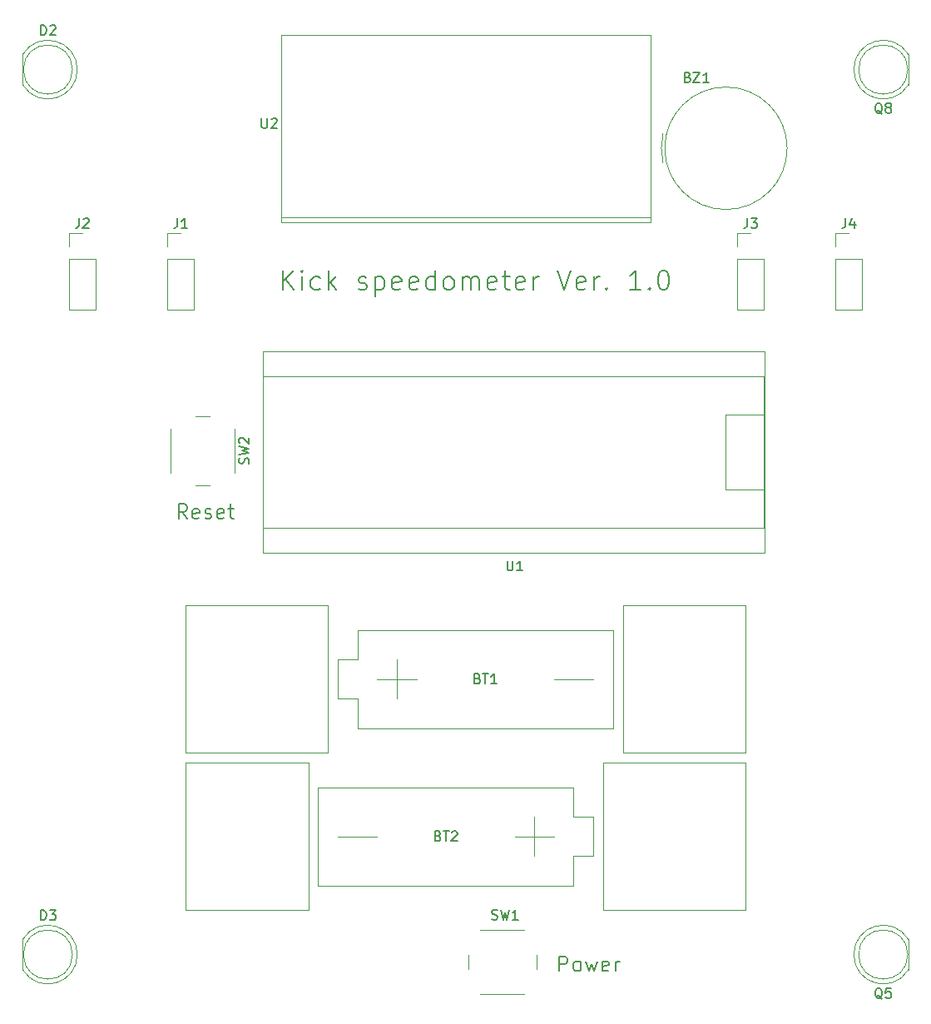
<source format=gto>
%TF.GenerationSoftware,KiCad,Pcbnew,(5.1.10)-1*%
%TF.CreationDate,2022-10-01T11:38:57+09:00*%
%TF.ProjectId,speedometer,73706565-646f-46d6-9574-65722e6b6963,rev?*%
%TF.SameCoordinates,Original*%
%TF.FileFunction,Legend,Top*%
%TF.FilePolarity,Positive*%
%FSLAX46Y46*%
G04 Gerber Fmt 4.6, Leading zero omitted, Abs format (unit mm)*
G04 Created by KiCad (PCBNEW (5.1.10)-1) date 2022-10-01 11:38:57*
%MOMM*%
%LPD*%
G01*
G04 APERTURE LIST*
%ADD10C,0.200000*%
%ADD11C,0.120000*%
%ADD12C,0.150000*%
G04 APERTURE END LIST*
D10*
X21642857Y-50678571D02*
X21142857Y-49964285D01*
X20785714Y-50678571D02*
X20785714Y-49178571D01*
X21357142Y-49178571D01*
X21500000Y-49250000D01*
X21571428Y-49321428D01*
X21642857Y-49464285D01*
X21642857Y-49678571D01*
X21571428Y-49821428D01*
X21500000Y-49892857D01*
X21357142Y-49964285D01*
X20785714Y-49964285D01*
X22857142Y-50607142D02*
X22714285Y-50678571D01*
X22428571Y-50678571D01*
X22285714Y-50607142D01*
X22214285Y-50464285D01*
X22214285Y-49892857D01*
X22285714Y-49750000D01*
X22428571Y-49678571D01*
X22714285Y-49678571D01*
X22857142Y-49750000D01*
X22928571Y-49892857D01*
X22928571Y-50035714D01*
X22214285Y-50178571D01*
X23500000Y-50607142D02*
X23642857Y-50678571D01*
X23928571Y-50678571D01*
X24071428Y-50607142D01*
X24142857Y-50464285D01*
X24142857Y-50392857D01*
X24071428Y-50250000D01*
X23928571Y-50178571D01*
X23714285Y-50178571D01*
X23571428Y-50107142D01*
X23500000Y-49964285D01*
X23500000Y-49892857D01*
X23571428Y-49750000D01*
X23714285Y-49678571D01*
X23928571Y-49678571D01*
X24071428Y-49750000D01*
X25357142Y-50607142D02*
X25214285Y-50678571D01*
X24928571Y-50678571D01*
X24785714Y-50607142D01*
X24714285Y-50464285D01*
X24714285Y-49892857D01*
X24785714Y-49750000D01*
X24928571Y-49678571D01*
X25214285Y-49678571D01*
X25357142Y-49750000D01*
X25428571Y-49892857D01*
X25428571Y-50035714D01*
X24714285Y-50178571D01*
X25857142Y-49678571D02*
X26428571Y-49678571D01*
X26071428Y-49178571D02*
X26071428Y-50464285D01*
X26142857Y-50607142D01*
X26285714Y-50678571D01*
X26428571Y-50678571D01*
X59535714Y-96678571D02*
X59535714Y-95178571D01*
X60107142Y-95178571D01*
X60250000Y-95250000D01*
X60321428Y-95321428D01*
X60392857Y-95464285D01*
X60392857Y-95678571D01*
X60321428Y-95821428D01*
X60250000Y-95892857D01*
X60107142Y-95964285D01*
X59535714Y-95964285D01*
X61250000Y-96678571D02*
X61107142Y-96607142D01*
X61035714Y-96535714D01*
X60964285Y-96392857D01*
X60964285Y-95964285D01*
X61035714Y-95821428D01*
X61107142Y-95750000D01*
X61250000Y-95678571D01*
X61464285Y-95678571D01*
X61607142Y-95750000D01*
X61678571Y-95821428D01*
X61750000Y-95964285D01*
X61750000Y-96392857D01*
X61678571Y-96535714D01*
X61607142Y-96607142D01*
X61464285Y-96678571D01*
X61250000Y-96678571D01*
X62250000Y-95678571D02*
X62535714Y-96678571D01*
X62821428Y-95964285D01*
X63107142Y-96678571D01*
X63392857Y-95678571D01*
X64535714Y-96607142D02*
X64392857Y-96678571D01*
X64107142Y-96678571D01*
X63964285Y-96607142D01*
X63892857Y-96464285D01*
X63892857Y-95892857D01*
X63964285Y-95750000D01*
X64107142Y-95678571D01*
X64392857Y-95678571D01*
X64535714Y-95750000D01*
X64607142Y-95892857D01*
X64607142Y-96035714D01*
X63892857Y-96178571D01*
X65250000Y-96678571D02*
X65250000Y-95678571D01*
X65250000Y-95964285D02*
X65321428Y-95821428D01*
X65392857Y-95750000D01*
X65535714Y-95678571D01*
X65678571Y-95678571D01*
X31380952Y-27404761D02*
X31380952Y-25404761D01*
X32523809Y-27404761D02*
X31666666Y-26261904D01*
X32523809Y-25404761D02*
X31380952Y-26547619D01*
X33380952Y-27404761D02*
X33380952Y-26071428D01*
X33380952Y-25404761D02*
X33285714Y-25500000D01*
X33380952Y-25595238D01*
X33476190Y-25500000D01*
X33380952Y-25404761D01*
X33380952Y-25595238D01*
X35190476Y-27309523D02*
X35000000Y-27404761D01*
X34619047Y-27404761D01*
X34428571Y-27309523D01*
X34333333Y-27214285D01*
X34238095Y-27023809D01*
X34238095Y-26452380D01*
X34333333Y-26261904D01*
X34428571Y-26166666D01*
X34619047Y-26071428D01*
X35000000Y-26071428D01*
X35190476Y-26166666D01*
X36047619Y-27404761D02*
X36047619Y-25404761D01*
X36238095Y-26642857D02*
X36809523Y-27404761D01*
X36809523Y-26071428D02*
X36047619Y-26833333D01*
X39095238Y-27309523D02*
X39285714Y-27404761D01*
X39666666Y-27404761D01*
X39857142Y-27309523D01*
X39952380Y-27119047D01*
X39952380Y-27023809D01*
X39857142Y-26833333D01*
X39666666Y-26738095D01*
X39380952Y-26738095D01*
X39190476Y-26642857D01*
X39095238Y-26452380D01*
X39095238Y-26357142D01*
X39190476Y-26166666D01*
X39380952Y-26071428D01*
X39666666Y-26071428D01*
X39857142Y-26166666D01*
X40809523Y-26071428D02*
X40809523Y-28071428D01*
X40809523Y-26166666D02*
X41000000Y-26071428D01*
X41380952Y-26071428D01*
X41571428Y-26166666D01*
X41666666Y-26261904D01*
X41761904Y-26452380D01*
X41761904Y-27023809D01*
X41666666Y-27214285D01*
X41571428Y-27309523D01*
X41380952Y-27404761D01*
X41000000Y-27404761D01*
X40809523Y-27309523D01*
X43380952Y-27309523D02*
X43190476Y-27404761D01*
X42809523Y-27404761D01*
X42619047Y-27309523D01*
X42523809Y-27119047D01*
X42523809Y-26357142D01*
X42619047Y-26166666D01*
X42809523Y-26071428D01*
X43190476Y-26071428D01*
X43380952Y-26166666D01*
X43476190Y-26357142D01*
X43476190Y-26547619D01*
X42523809Y-26738095D01*
X45095238Y-27309523D02*
X44904761Y-27404761D01*
X44523809Y-27404761D01*
X44333333Y-27309523D01*
X44238095Y-27119047D01*
X44238095Y-26357142D01*
X44333333Y-26166666D01*
X44523809Y-26071428D01*
X44904761Y-26071428D01*
X45095238Y-26166666D01*
X45190476Y-26357142D01*
X45190476Y-26547619D01*
X44238095Y-26738095D01*
X46904761Y-27404761D02*
X46904761Y-25404761D01*
X46904761Y-27309523D02*
X46714285Y-27404761D01*
X46333333Y-27404761D01*
X46142857Y-27309523D01*
X46047619Y-27214285D01*
X45952380Y-27023809D01*
X45952380Y-26452380D01*
X46047619Y-26261904D01*
X46142857Y-26166666D01*
X46333333Y-26071428D01*
X46714285Y-26071428D01*
X46904761Y-26166666D01*
X48142857Y-27404761D02*
X47952380Y-27309523D01*
X47857142Y-27214285D01*
X47761904Y-27023809D01*
X47761904Y-26452380D01*
X47857142Y-26261904D01*
X47952380Y-26166666D01*
X48142857Y-26071428D01*
X48428571Y-26071428D01*
X48619047Y-26166666D01*
X48714285Y-26261904D01*
X48809523Y-26452380D01*
X48809523Y-27023809D01*
X48714285Y-27214285D01*
X48619047Y-27309523D01*
X48428571Y-27404761D01*
X48142857Y-27404761D01*
X49666666Y-27404761D02*
X49666666Y-26071428D01*
X49666666Y-26261904D02*
X49761904Y-26166666D01*
X49952380Y-26071428D01*
X50238095Y-26071428D01*
X50428571Y-26166666D01*
X50523809Y-26357142D01*
X50523809Y-27404761D01*
X50523809Y-26357142D02*
X50619047Y-26166666D01*
X50809523Y-26071428D01*
X51095238Y-26071428D01*
X51285714Y-26166666D01*
X51380952Y-26357142D01*
X51380952Y-27404761D01*
X53095238Y-27309523D02*
X52904761Y-27404761D01*
X52523809Y-27404761D01*
X52333333Y-27309523D01*
X52238095Y-27119047D01*
X52238095Y-26357142D01*
X52333333Y-26166666D01*
X52523809Y-26071428D01*
X52904761Y-26071428D01*
X53095238Y-26166666D01*
X53190476Y-26357142D01*
X53190476Y-26547619D01*
X52238095Y-26738095D01*
X53761904Y-26071428D02*
X54523809Y-26071428D01*
X54047619Y-25404761D02*
X54047619Y-27119047D01*
X54142857Y-27309523D01*
X54333333Y-27404761D01*
X54523809Y-27404761D01*
X55952380Y-27309523D02*
X55761904Y-27404761D01*
X55380952Y-27404761D01*
X55190476Y-27309523D01*
X55095238Y-27119047D01*
X55095238Y-26357142D01*
X55190476Y-26166666D01*
X55380952Y-26071428D01*
X55761904Y-26071428D01*
X55952380Y-26166666D01*
X56047619Y-26357142D01*
X56047619Y-26547619D01*
X55095238Y-26738095D01*
X56904761Y-27404761D02*
X56904761Y-26071428D01*
X56904761Y-26452380D02*
X57000000Y-26261904D01*
X57095238Y-26166666D01*
X57285714Y-26071428D01*
X57476190Y-26071428D01*
X59380952Y-25404761D02*
X60047619Y-27404761D01*
X60714285Y-25404761D01*
X62142857Y-27309523D02*
X61952380Y-27404761D01*
X61571428Y-27404761D01*
X61380952Y-27309523D01*
X61285714Y-27119047D01*
X61285714Y-26357142D01*
X61380952Y-26166666D01*
X61571428Y-26071428D01*
X61952380Y-26071428D01*
X62142857Y-26166666D01*
X62238095Y-26357142D01*
X62238095Y-26547619D01*
X61285714Y-26738095D01*
X63095238Y-27404761D02*
X63095238Y-26071428D01*
X63095238Y-26452380D02*
X63190476Y-26261904D01*
X63285714Y-26166666D01*
X63476190Y-26071428D01*
X63666666Y-26071428D01*
X64333333Y-27214285D02*
X64428571Y-27309523D01*
X64333333Y-27404761D01*
X64238095Y-27309523D01*
X64333333Y-27214285D01*
X64333333Y-27404761D01*
X67857142Y-27404761D02*
X66714285Y-27404761D01*
X67285714Y-27404761D02*
X67285714Y-25404761D01*
X67095238Y-25690476D01*
X66904761Y-25880952D01*
X66714285Y-25976190D01*
X68714285Y-27214285D02*
X68809523Y-27309523D01*
X68714285Y-27404761D01*
X68619047Y-27309523D01*
X68714285Y-27214285D01*
X68714285Y-27404761D01*
X70047619Y-25404761D02*
X70238095Y-25404761D01*
X70428571Y-25500000D01*
X70523809Y-25595238D01*
X70619047Y-25785714D01*
X70714285Y-26166666D01*
X70714285Y-26642857D01*
X70619047Y-27023809D01*
X70523809Y-27214285D01*
X70428571Y-27309523D01*
X70238095Y-27404761D01*
X70047619Y-27404761D01*
X69857142Y-27309523D01*
X69761904Y-27214285D01*
X69666666Y-27023809D01*
X69571428Y-26642857D01*
X69571428Y-26166666D01*
X69666666Y-25785714D01*
X69761904Y-25595238D01*
X69857142Y-25500000D01*
X70047619Y-25404761D01*
D11*
%TO.C,U2*%
X31200000Y-1500000D02*
X68800000Y-1500000D01*
X31200000Y-20500000D02*
X68800000Y-20500000D01*
X31200000Y-1500000D02*
X31200000Y-20500000D01*
X68800000Y-1500000D02*
X68800000Y-20500000D01*
X31200000Y-20000000D02*
X68800000Y-20000000D01*
%TO.C,BT1*%
X63000000Y-67000000D02*
X59000000Y-67000000D01*
X43000000Y-65000000D02*
X43000000Y-69000000D01*
X41000000Y-67000000D02*
X45000000Y-67000000D01*
X39000000Y-65000000D02*
X37000000Y-65000000D01*
X39000000Y-62000000D02*
X39000000Y-65000000D01*
X65000000Y-62000000D02*
X39000000Y-62000000D01*
X65000000Y-72000000D02*
X65000000Y-62000000D01*
X39000000Y-72000000D02*
X65000000Y-72000000D01*
X39000000Y-69000000D02*
X39000000Y-72000000D01*
X37000000Y-69000000D02*
X39000000Y-69000000D01*
X37000000Y-65000000D02*
X37000000Y-69000000D01*
X78500000Y-59500000D02*
X66000000Y-59500000D01*
X78500000Y-74500000D02*
X78500000Y-59500000D01*
X66000000Y-74500000D02*
X78500000Y-74500000D01*
X66000000Y-59500000D02*
X66000000Y-74500000D01*
X21500000Y-74500000D02*
X21500000Y-59500000D01*
X36000000Y-74500000D02*
X21500000Y-74500000D01*
X36000000Y-59500000D02*
X36000000Y-74500000D01*
X21500000Y-59500000D02*
X36000000Y-59500000D01*
%TO.C,BT2*%
X78500000Y-90500000D02*
X64000000Y-90500000D01*
X64000000Y-90500000D02*
X64000000Y-75500000D01*
X64000000Y-75500000D02*
X78500000Y-75500000D01*
X78500000Y-75500000D02*
X78500000Y-90500000D01*
X34000000Y-90500000D02*
X34000000Y-75500000D01*
X34000000Y-75500000D02*
X21500000Y-75500000D01*
X21500000Y-75500000D02*
X21500000Y-90500000D01*
X21500000Y-90500000D02*
X34000000Y-90500000D01*
X63000000Y-85000000D02*
X63000000Y-81000000D01*
X63000000Y-81000000D02*
X61000000Y-81000000D01*
X61000000Y-81000000D02*
X61000000Y-78000000D01*
X61000000Y-78000000D02*
X35000000Y-78000000D01*
X35000000Y-78000000D02*
X35000000Y-88000000D01*
X35000000Y-88000000D02*
X61000000Y-88000000D01*
X61000000Y-88000000D02*
X61000000Y-85000000D01*
X61000000Y-85000000D02*
X63000000Y-85000000D01*
X59000000Y-83000000D02*
X55000000Y-83000000D01*
X57000000Y-85000000D02*
X57000000Y-81000000D01*
X37000000Y-83000000D02*
X41000000Y-83000000D01*
%TO.C,BZ1*%
X82730000Y-13000000D02*
G75*
G03*
X82730000Y-13000000I-6230000J0D01*
G01*
X70100000Y-14499999D02*
G75*
G02*
X70100000Y-11500000I6400000J1499999D01*
G01*
%TO.C,D2*%
X10000000Y-5000000D02*
G75*
G03*
X10000000Y-5000000I-2500000J0D01*
G01*
X4940000Y-3455000D02*
X4940000Y-6545000D01*
X10490000Y-4999538D02*
G75*
G02*
X4940000Y-6544830I-2990000J-462D01*
G01*
X10490000Y-5000462D02*
G75*
G03*
X4940000Y-3455170I-2990000J462D01*
G01*
%TO.C,D3*%
X4940000Y-93455000D02*
X4940000Y-96545000D01*
X10000000Y-95000000D02*
G75*
G03*
X10000000Y-95000000I-2500000J0D01*
G01*
X10490000Y-95000462D02*
G75*
G03*
X4940000Y-93455170I-2990000J462D01*
G01*
X10490000Y-94999538D02*
G75*
G02*
X4940000Y-96544830I-2990000J-462D01*
G01*
%TO.C,J1*%
X19670000Y-29410000D02*
X22330000Y-29410000D01*
X19670000Y-24270000D02*
X19670000Y-29410000D01*
X22330000Y-24270000D02*
X22330000Y-29410000D01*
X19670000Y-24270000D02*
X22330000Y-24270000D01*
X19670000Y-23000000D02*
X19670000Y-21670000D01*
X19670000Y-21670000D02*
X21000000Y-21670000D01*
%TO.C,J2*%
X9670000Y-21670000D02*
X11000000Y-21670000D01*
X9670000Y-23000000D02*
X9670000Y-21670000D01*
X9670000Y-24270000D02*
X12330000Y-24270000D01*
X12330000Y-24270000D02*
X12330000Y-29410000D01*
X9670000Y-24270000D02*
X9670000Y-29410000D01*
X9670000Y-29410000D02*
X12330000Y-29410000D01*
%TO.C,J3*%
X77670000Y-21670000D02*
X79000000Y-21670000D01*
X77670000Y-23000000D02*
X77670000Y-21670000D01*
X77670000Y-24270000D02*
X80330000Y-24270000D01*
X80330000Y-24270000D02*
X80330000Y-29410000D01*
X77670000Y-24270000D02*
X77670000Y-29410000D01*
X77670000Y-29410000D02*
X80330000Y-29410000D01*
%TO.C,J4*%
X87670000Y-29410000D02*
X90330000Y-29410000D01*
X87670000Y-24270000D02*
X87670000Y-29410000D01*
X90330000Y-24270000D02*
X90330000Y-29410000D01*
X87670000Y-24270000D02*
X90330000Y-24270000D01*
X87670000Y-23000000D02*
X87670000Y-21670000D01*
X87670000Y-21670000D02*
X89000000Y-21670000D01*
%TO.C,Q5*%
X95000000Y-95000000D02*
G75*
G03*
X95000000Y-95000000I-2500000J0D01*
G01*
X95060000Y-96545000D02*
X95060000Y-93455000D01*
X89510000Y-95000462D02*
G75*
G02*
X95060000Y-93455170I2990000J462D01*
G01*
X89510000Y-94999538D02*
G75*
G03*
X95060000Y-96544830I2990000J-462D01*
G01*
%TO.C,Q8*%
X95060000Y-6545000D02*
X95060000Y-3455000D01*
X95000000Y-5000000D02*
G75*
G03*
X95000000Y-5000000I-2500000J0D01*
G01*
X89510000Y-4999538D02*
G75*
G03*
X95060000Y-6544830I2990000J-462D01*
G01*
X89510000Y-5000462D02*
G75*
G02*
X95060000Y-3455170I2990000J462D01*
G01*
%TO.C,SW1*%
X50250000Y-95000000D02*
X50250000Y-96500000D01*
X51500000Y-99000000D02*
X56000000Y-99000000D01*
X57250000Y-96500000D02*
X57250000Y-95000000D01*
X56000000Y-92500000D02*
X51500000Y-92500000D01*
%TO.C,SW2*%
X20000000Y-41500000D02*
X20000000Y-46000000D01*
X24000000Y-40250000D02*
X22500000Y-40250000D01*
X26500000Y-46000000D02*
X26500000Y-41500000D01*
X22500000Y-47250000D02*
X24000000Y-47250000D01*
%TO.C,U1*%
X80390000Y-54110000D02*
X80390000Y-33670000D01*
X29350000Y-54110000D02*
X80390000Y-54110000D01*
X29350000Y-33670000D02*
X29350000Y-54110000D01*
X80390000Y-33670000D02*
X29350000Y-33670000D01*
X80330000Y-51620000D02*
X80330000Y-36160000D01*
X29410000Y-51620000D02*
X80330000Y-51620000D01*
X29410000Y-36160000D02*
X29410000Y-51620000D01*
X80330000Y-36160000D02*
X29410000Y-36160000D01*
X80270000Y-47700000D02*
X76460000Y-47700000D01*
X76460000Y-47700000D02*
X76460000Y-40080000D01*
X76460000Y-40080000D02*
X80270000Y-40080000D01*
%TO.C,U2*%
D12*
X29238095Y-9952380D02*
X29238095Y-10761904D01*
X29285714Y-10857142D01*
X29333333Y-10904761D01*
X29428571Y-10952380D01*
X29619047Y-10952380D01*
X29714285Y-10904761D01*
X29761904Y-10857142D01*
X29809523Y-10761904D01*
X29809523Y-9952380D01*
X30238095Y-10047619D02*
X30285714Y-10000000D01*
X30380952Y-9952380D01*
X30619047Y-9952380D01*
X30714285Y-10000000D01*
X30761904Y-10047619D01*
X30809523Y-10142857D01*
X30809523Y-10238095D01*
X30761904Y-10380952D01*
X30190476Y-10952380D01*
X30809523Y-10952380D01*
%TO.C,BT1*%
X51214285Y-66928571D02*
X51357142Y-66976190D01*
X51404761Y-67023809D01*
X51452380Y-67119047D01*
X51452380Y-67261904D01*
X51404761Y-67357142D01*
X51357142Y-67404761D01*
X51261904Y-67452380D01*
X50880952Y-67452380D01*
X50880952Y-66452380D01*
X51214285Y-66452380D01*
X51309523Y-66500000D01*
X51357142Y-66547619D01*
X51404761Y-66642857D01*
X51404761Y-66738095D01*
X51357142Y-66833333D01*
X51309523Y-66880952D01*
X51214285Y-66928571D01*
X50880952Y-66928571D01*
X51738095Y-66452380D02*
X52309523Y-66452380D01*
X52023809Y-67452380D02*
X52023809Y-66452380D01*
X53166666Y-67452380D02*
X52595238Y-67452380D01*
X52880952Y-67452380D02*
X52880952Y-66452380D01*
X52785714Y-66595238D01*
X52690476Y-66690476D01*
X52595238Y-66738095D01*
%TO.C,BT2*%
X47214285Y-82928571D02*
X47357142Y-82976190D01*
X47404761Y-83023809D01*
X47452380Y-83119047D01*
X47452380Y-83261904D01*
X47404761Y-83357142D01*
X47357142Y-83404761D01*
X47261904Y-83452380D01*
X46880952Y-83452380D01*
X46880952Y-82452380D01*
X47214285Y-82452380D01*
X47309523Y-82500000D01*
X47357142Y-82547619D01*
X47404761Y-82642857D01*
X47404761Y-82738095D01*
X47357142Y-82833333D01*
X47309523Y-82880952D01*
X47214285Y-82928571D01*
X46880952Y-82928571D01*
X47738095Y-82452380D02*
X48309523Y-82452380D01*
X48023809Y-83452380D02*
X48023809Y-82452380D01*
X48595238Y-82547619D02*
X48642857Y-82500000D01*
X48738095Y-82452380D01*
X48976190Y-82452380D01*
X49071428Y-82500000D01*
X49119047Y-82547619D01*
X49166666Y-82642857D01*
X49166666Y-82738095D01*
X49119047Y-82880952D01*
X48547619Y-83452380D01*
X49166666Y-83452380D01*
%TO.C,BZ1*%
X72619047Y-5758571D02*
X72761904Y-5806190D01*
X72809523Y-5853809D01*
X72857142Y-5949047D01*
X72857142Y-6091904D01*
X72809523Y-6187142D01*
X72761904Y-6234761D01*
X72666666Y-6282380D01*
X72285714Y-6282380D01*
X72285714Y-5282380D01*
X72619047Y-5282380D01*
X72714285Y-5330000D01*
X72761904Y-5377619D01*
X72809523Y-5472857D01*
X72809523Y-5568095D01*
X72761904Y-5663333D01*
X72714285Y-5710952D01*
X72619047Y-5758571D01*
X72285714Y-5758571D01*
X73190476Y-5282380D02*
X73857142Y-5282380D01*
X73190476Y-6282380D01*
X73857142Y-6282380D01*
X74761904Y-6282380D02*
X74190476Y-6282380D01*
X74476190Y-6282380D02*
X74476190Y-5282380D01*
X74380952Y-5425238D01*
X74285714Y-5520476D01*
X74190476Y-5568095D01*
%TO.C,D2*%
X6761904Y-1492380D02*
X6761904Y-492380D01*
X7000000Y-492380D01*
X7142857Y-540000D01*
X7238095Y-635238D01*
X7285714Y-730476D01*
X7333333Y-920952D01*
X7333333Y-1063809D01*
X7285714Y-1254285D01*
X7238095Y-1349523D01*
X7142857Y-1444761D01*
X7000000Y-1492380D01*
X6761904Y-1492380D01*
X7714285Y-587619D02*
X7761904Y-540000D01*
X7857142Y-492380D01*
X8095238Y-492380D01*
X8190476Y-540000D01*
X8238095Y-587619D01*
X8285714Y-682857D01*
X8285714Y-778095D01*
X8238095Y-920952D01*
X7666666Y-1492380D01*
X8285714Y-1492380D01*
%TO.C,D3*%
X6761904Y-91492380D02*
X6761904Y-90492380D01*
X7000000Y-90492380D01*
X7142857Y-90540000D01*
X7238095Y-90635238D01*
X7285714Y-90730476D01*
X7333333Y-90920952D01*
X7333333Y-91063809D01*
X7285714Y-91254285D01*
X7238095Y-91349523D01*
X7142857Y-91444761D01*
X7000000Y-91492380D01*
X6761904Y-91492380D01*
X7666666Y-90492380D02*
X8285714Y-90492380D01*
X7952380Y-90873333D01*
X8095238Y-90873333D01*
X8190476Y-90920952D01*
X8238095Y-90968571D01*
X8285714Y-91063809D01*
X8285714Y-91301904D01*
X8238095Y-91397142D01*
X8190476Y-91444761D01*
X8095238Y-91492380D01*
X7809523Y-91492380D01*
X7714285Y-91444761D01*
X7666666Y-91397142D01*
%TO.C,J1*%
X20666666Y-20122380D02*
X20666666Y-20836666D01*
X20619047Y-20979523D01*
X20523809Y-21074761D01*
X20380952Y-21122380D01*
X20285714Y-21122380D01*
X21666666Y-21122380D02*
X21095238Y-21122380D01*
X21380952Y-21122380D02*
X21380952Y-20122380D01*
X21285714Y-20265238D01*
X21190476Y-20360476D01*
X21095238Y-20408095D01*
%TO.C,J2*%
X10666666Y-20122380D02*
X10666666Y-20836666D01*
X10619047Y-20979523D01*
X10523809Y-21074761D01*
X10380952Y-21122380D01*
X10285714Y-21122380D01*
X11095238Y-20217619D02*
X11142857Y-20170000D01*
X11238095Y-20122380D01*
X11476190Y-20122380D01*
X11571428Y-20170000D01*
X11619047Y-20217619D01*
X11666666Y-20312857D01*
X11666666Y-20408095D01*
X11619047Y-20550952D01*
X11047619Y-21122380D01*
X11666666Y-21122380D01*
%TO.C,J3*%
X78666666Y-20122380D02*
X78666666Y-20836666D01*
X78619047Y-20979523D01*
X78523809Y-21074761D01*
X78380952Y-21122380D01*
X78285714Y-21122380D01*
X79047619Y-20122380D02*
X79666666Y-20122380D01*
X79333333Y-20503333D01*
X79476190Y-20503333D01*
X79571428Y-20550952D01*
X79619047Y-20598571D01*
X79666666Y-20693809D01*
X79666666Y-20931904D01*
X79619047Y-21027142D01*
X79571428Y-21074761D01*
X79476190Y-21122380D01*
X79190476Y-21122380D01*
X79095238Y-21074761D01*
X79047619Y-21027142D01*
%TO.C,J4*%
X88666666Y-20122380D02*
X88666666Y-20836666D01*
X88619047Y-20979523D01*
X88523809Y-21074761D01*
X88380952Y-21122380D01*
X88285714Y-21122380D01*
X89571428Y-20455714D02*
X89571428Y-21122380D01*
X89333333Y-20074761D02*
X89095238Y-20789047D01*
X89714285Y-20789047D01*
%TO.C,Q5*%
X92404761Y-99507619D02*
X92309523Y-99460000D01*
X92214285Y-99364761D01*
X92071428Y-99221904D01*
X91976190Y-99174285D01*
X91880952Y-99174285D01*
X91928571Y-99412380D02*
X91833333Y-99364761D01*
X91738095Y-99269523D01*
X91690476Y-99079047D01*
X91690476Y-98745714D01*
X91738095Y-98555238D01*
X91833333Y-98460000D01*
X91928571Y-98412380D01*
X92119047Y-98412380D01*
X92214285Y-98460000D01*
X92309523Y-98555238D01*
X92357142Y-98745714D01*
X92357142Y-99079047D01*
X92309523Y-99269523D01*
X92214285Y-99364761D01*
X92119047Y-99412380D01*
X91928571Y-99412380D01*
X93261904Y-98412380D02*
X92785714Y-98412380D01*
X92738095Y-98888571D01*
X92785714Y-98840952D01*
X92880952Y-98793333D01*
X93119047Y-98793333D01*
X93214285Y-98840952D01*
X93261904Y-98888571D01*
X93309523Y-98983809D01*
X93309523Y-99221904D01*
X93261904Y-99317142D01*
X93214285Y-99364761D01*
X93119047Y-99412380D01*
X92880952Y-99412380D01*
X92785714Y-99364761D01*
X92738095Y-99317142D01*
%TO.C,Q8*%
X92404761Y-9507619D02*
X92309523Y-9460000D01*
X92214285Y-9364761D01*
X92071428Y-9221904D01*
X91976190Y-9174285D01*
X91880952Y-9174285D01*
X91928571Y-9412380D02*
X91833333Y-9364761D01*
X91738095Y-9269523D01*
X91690476Y-9079047D01*
X91690476Y-8745714D01*
X91738095Y-8555238D01*
X91833333Y-8460000D01*
X91928571Y-8412380D01*
X92119047Y-8412380D01*
X92214285Y-8460000D01*
X92309523Y-8555238D01*
X92357142Y-8745714D01*
X92357142Y-9079047D01*
X92309523Y-9269523D01*
X92214285Y-9364761D01*
X92119047Y-9412380D01*
X91928571Y-9412380D01*
X92928571Y-8840952D02*
X92833333Y-8793333D01*
X92785714Y-8745714D01*
X92738095Y-8650476D01*
X92738095Y-8602857D01*
X92785714Y-8507619D01*
X92833333Y-8460000D01*
X92928571Y-8412380D01*
X93119047Y-8412380D01*
X93214285Y-8460000D01*
X93261904Y-8507619D01*
X93309523Y-8602857D01*
X93309523Y-8650476D01*
X93261904Y-8745714D01*
X93214285Y-8793333D01*
X93119047Y-8840952D01*
X92928571Y-8840952D01*
X92833333Y-8888571D01*
X92785714Y-8936190D01*
X92738095Y-9031428D01*
X92738095Y-9221904D01*
X92785714Y-9317142D01*
X92833333Y-9364761D01*
X92928571Y-9412380D01*
X93119047Y-9412380D01*
X93214285Y-9364761D01*
X93261904Y-9317142D01*
X93309523Y-9221904D01*
X93309523Y-9031428D01*
X93261904Y-8936190D01*
X93214285Y-8888571D01*
X93119047Y-8840952D01*
%TO.C,SW1*%
X52666666Y-91404761D02*
X52809523Y-91452380D01*
X53047619Y-91452380D01*
X53142857Y-91404761D01*
X53190476Y-91357142D01*
X53238095Y-91261904D01*
X53238095Y-91166666D01*
X53190476Y-91071428D01*
X53142857Y-91023809D01*
X53047619Y-90976190D01*
X52857142Y-90928571D01*
X52761904Y-90880952D01*
X52714285Y-90833333D01*
X52666666Y-90738095D01*
X52666666Y-90642857D01*
X52714285Y-90547619D01*
X52761904Y-90500000D01*
X52857142Y-90452380D01*
X53095238Y-90452380D01*
X53238095Y-90500000D01*
X53571428Y-90452380D02*
X53809523Y-91452380D01*
X54000000Y-90738095D01*
X54190476Y-91452380D01*
X54428571Y-90452380D01*
X55333333Y-91452380D02*
X54761904Y-91452380D01*
X55047619Y-91452380D02*
X55047619Y-90452380D01*
X54952380Y-90595238D01*
X54857142Y-90690476D01*
X54761904Y-90738095D01*
%TO.C,SW2*%
X27904761Y-45083333D02*
X27952380Y-44940476D01*
X27952380Y-44702380D01*
X27904761Y-44607142D01*
X27857142Y-44559523D01*
X27761904Y-44511904D01*
X27666666Y-44511904D01*
X27571428Y-44559523D01*
X27523809Y-44607142D01*
X27476190Y-44702380D01*
X27428571Y-44892857D01*
X27380952Y-44988095D01*
X27333333Y-45035714D01*
X27238095Y-45083333D01*
X27142857Y-45083333D01*
X27047619Y-45035714D01*
X27000000Y-44988095D01*
X26952380Y-44892857D01*
X26952380Y-44654761D01*
X27000000Y-44511904D01*
X26952380Y-44178571D02*
X27952380Y-43940476D01*
X27238095Y-43750000D01*
X27952380Y-43559523D01*
X26952380Y-43321428D01*
X27047619Y-42988095D02*
X27000000Y-42940476D01*
X26952380Y-42845238D01*
X26952380Y-42607142D01*
X27000000Y-42511904D01*
X27047619Y-42464285D01*
X27142857Y-42416666D01*
X27238095Y-42416666D01*
X27380952Y-42464285D01*
X27952380Y-43035714D01*
X27952380Y-42416666D01*
%TO.C,U1*%
X54238095Y-54952380D02*
X54238095Y-55761904D01*
X54285714Y-55857142D01*
X54333333Y-55904761D01*
X54428571Y-55952380D01*
X54619047Y-55952380D01*
X54714285Y-55904761D01*
X54761904Y-55857142D01*
X54809523Y-55761904D01*
X54809523Y-54952380D01*
X55809523Y-55952380D02*
X55238095Y-55952380D01*
X55523809Y-55952380D02*
X55523809Y-54952380D01*
X55428571Y-55095238D01*
X55333333Y-55190476D01*
X55238095Y-55238095D01*
%TD*%
M02*

</source>
